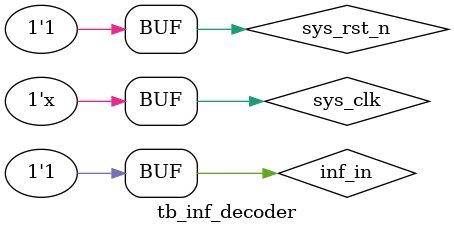
<source format=v>
`timescale 1ns/1ns
module tb_inf_decoder();
reg			sys_clk		;
reg			sys_rst_n	;
reg			inf_in		;

wire		repeat_en	;
wire [19:0]	data_out	;

parameter 	T9000U	= 	9_000_000	,
			T4500U	= 	4_500_000	,
			T560U	=	560_000		,
			T1690U	=	1_690_000	,
			T2250U	= 	2_250_000	,
			T50000U = 	50_000_000	,
			T100000U=	100_000_000	;
			
			

//initial
initial
	begin
		sys_clk = 1'b1		;
		sys_rst_n <= 1'b0	;
		inf_in	 <= 1'b1	;
	#20
		sys_rst_n <= 1'b1	;
		
//INTRODUCE
	#300
		inf_in	<= 	1'b0	;
	#T9000U
		inf_in  <= 	1'b1	;
	#T4500U
//ADDR_S
//0
		inf_in	<= 	1'b0	;
	#T560U
		inf_in 	<= 	1'b1	;
	#T560U
	
//1
		inf_in	<= 	1'b0	;
	#T560U
		inf_in 	<= 	1'b1	;
	#T1690U	

//0
		inf_in	<= 	1'b0	;
	#T560U
		inf_in 	<= 	1'b1	;
	#T560U	
	
//0
		inf_in	<= 	1'b0	;
	#T560U
		inf_in 	<= 	1'b1	;
	#T560U	
	

//1
		inf_in	<= 	1'b0	;
	#T560U
		inf_in 	<= 	1'b1	;
	#T1690U	
	
//0
		inf_in	<= 	1'b0	;
	#T560U
		inf_in 	<= 	1'b1	;
	#T560U	
	
//0
		inf_in	<= 	1'b0	;
	#T560U
		inf_in 	<= 	1'b1	;
	#T560U	

//0
		inf_in	<= 	1'b0	;
	#T560U
		inf_in 	<= 	1'b1	;
	#T560U	

//ADDR_C
//1
		inf_in	<= 	1'b0	;
	#T560U
		inf_in 	<= 	1'b1	;
	#T1690U	

//0
		inf_in	<= 	1'b0	;
	#T560U
		inf_in 	<= 	1'b1	;
	#T560U	
	
//1
		inf_in	<= 	1'b0	;
	#T560U
		inf_in 	<= 	1'b1	;
	#T1690U	

//1
		inf_in	<= 	1'b0	;
	#T560U
		inf_in 	<= 	1'b1	;
	#T1690U	

//0
		inf_in	<= 	1'b0	;
	#T560U
		inf_in 	<= 	1'b1	;
	#T560U	
	
//1
		inf_in	<= 	1'b0	;
	#T560U
		inf_in 	<= 	1'b1	;
	#T1690U	

//1
		inf_in	<= 	1'b0	;
	#T560U
		inf_in 	<= 	1'b1	;
	#T1690U	

//1
		inf_in	<= 	1'b0	;
	#T560U
		inf_in 	<= 	1'b1	;
	#T1690U	
	
//DATA_S
//0
		inf_in	<= 	1'b0	;
	#T560U
		inf_in 	<= 	1'b1	;
	#T560U	
	
//0
		inf_in	<= 	1'b0	;
	#T560U
		inf_in 	<= 	1'b1	;
	#T560U	

//1
		inf_in	<= 	1'b0	;
	#T560U
		inf_in 	<= 	1'b1	;
	#T1690U	
	
//0
		inf_in	<= 	1'b0	;
	#T560U
		inf_in 	<= 	1'b1	;
	#T560U	
	
//0
		inf_in	<= 	1'b0	;
	#T560U
		inf_in 	<= 	1'b1	;
	#T560U	

//1
		inf_in	<= 	1'b0	;
	#T560U
		inf_in 	<= 	1'b1	;
	#T1690U	
	
//0
		inf_in	<= 	1'b0	;
	#T560U
		inf_in 	<= 	1'b1	;
	#T560U	
	
//0
		inf_in	<= 	1'b0	;
	#T560U
		inf_in 	<= 	1'b1	;
	#T560U	
	
//DATA_C
//1
		inf_in	<= 	1'b0	;
	#T560U
		inf_in 	<= 	1'b1	;
	#T1690U	

//1
		inf_in	<= 	1'b0	;
	#T560U
		inf_in 	<= 	1'b1	;
	#T1690U	

//0
		inf_in	<= 	1'b0	;
	#T560U
		inf_in 	<= 	1'b1	;
	#T560U	
	
//1
		inf_in	<= 	1'b0	;
	#T560U
		inf_in 	<= 	1'b1	;
	#T1690U	

//1
		inf_in	<= 	1'b0	;
	#T560U
		inf_in 	<= 	1'b1	;
	#T1690U	
	
//0
		inf_in	<= 	1'b0	;
	#T560U
		inf_in 	<= 	1'b1	;
	#T560U	
	
//1
		inf_in	<= 	1'b0	;
	#T560U
		inf_in 	<= 	1'b1	;
	#T1690U	

//1
		inf_in	<= 	1'b0	;
	#T560U
		inf_in 	<= 	1'b1	;
	#T1690U
		
//stop bit
		inf_in	<= 	1'b0	;
	#T560U
		inf_in 	<= 	1'b1	;	

#T50000U
//repeat
		inf_in 	<= 	1'b0	;
	#T9000U
		inf_in	<= 	1'b1	;
	#T2250U
		inf_in	<= 	1'b0	;
	#T560U
		inf_in 	<= 	1'b1	;
		
#T100000U
//repeat
		inf_in 	<= 	1'b0	;
	#T9000U
		inf_in	<= 	1'b1	;
	#T2250U
		inf_in	<= 	1'b0	;
	#T560U
		inf_in 	<= 	1'b1	;


	end

always #10	sys_clk = ~sys_clk;

inf_decoder inf_decoder_inst
(
	.sys_clk		(sys_clk	),
	.sys_rst_n		(sys_rst_n	),
	.inf_in			(inf_in		),

	.repeat_en		(repeat_en	),
	.data_out		(data_out	)	
);

endmodule
</source>
